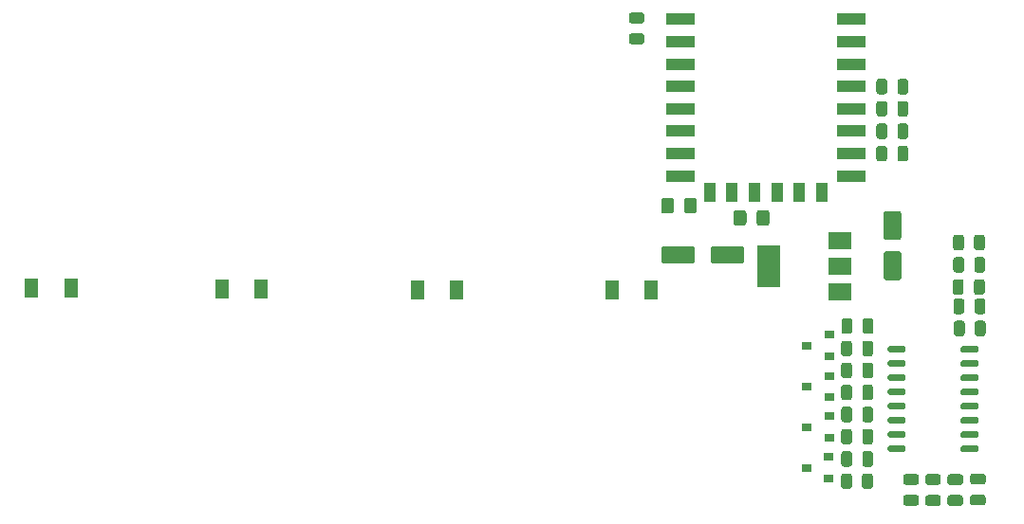
<source format=gbr>
G04 #@! TF.GenerationSoftware,KiCad,Pcbnew,5.99.0-unknown-ae852e1~101~ubuntu18.04.1*
G04 #@! TF.CreationDate,2020-06-05T15:51:04+02:00*
G04 #@! TF.ProjectId,esp_blind,6573705f-626c-4696-9e64-2e6b69636164,rev?*
G04 #@! TF.SameCoordinates,Original*
G04 #@! TF.FileFunction,Paste,Top*
G04 #@! TF.FilePolarity,Positive*
%FSLAX46Y46*%
G04 Gerber Fmt 4.6, Leading zero omitted, Abs format (unit mm)*
G04 Created by KiCad (PCBNEW 5.99.0-unknown-ae852e1~101~ubuntu18.04.1) date 2020-06-05 15:51:04*
%MOMM*%
%LPD*%
G01*
G04 APERTURE LIST*
%ADD10R,2.000000X1.500000*%
%ADD11R,2.000000X3.800000*%
%ADD12R,2.500000X1.000000*%
%ADD13R,1.000000X1.800000*%
%ADD14R,0.900000X0.800000*%
%ADD15R,1.300000X1.700000*%
G04 APERTURE END LIST*
G36*
G01*
X188998200Y-87821450D02*
X188998200Y-88733950D01*
G75*
G02*
X188754450Y-88977700I-243750J0D01*
G01*
X188266950Y-88977700D01*
G75*
G02*
X188023200Y-88733950I0J243750D01*
G01*
X188023200Y-87821450D01*
G75*
G02*
X188266950Y-87577700I243750J0D01*
G01*
X188754450Y-87577700D01*
G75*
G02*
X188998200Y-87821450I0J-243750D01*
G01*
G37*
G36*
G01*
X190873200Y-87821450D02*
X190873200Y-88733950D01*
G75*
G02*
X190629450Y-88977700I-243750J0D01*
G01*
X190141950Y-88977700D01*
G75*
G02*
X189898200Y-88733950I0J243750D01*
G01*
X189898200Y-87821450D01*
G75*
G02*
X190141950Y-87577700I243750J0D01*
G01*
X190629450Y-87577700D01*
G75*
G02*
X190873200Y-87821450I0J-243750D01*
G01*
G37*
G36*
G01*
X189059400Y-95504950D02*
X189059400Y-96417450D01*
G75*
G02*
X188815650Y-96661200I-243750J0D01*
G01*
X188328150Y-96661200D01*
G75*
G02*
X188084400Y-96417450I0J243750D01*
G01*
X188084400Y-95504950D01*
G75*
G02*
X188328150Y-95261200I243750J0D01*
G01*
X188815650Y-95261200D01*
G75*
G02*
X189059400Y-95504950I0J-243750D01*
G01*
G37*
G36*
G01*
X190934400Y-95504950D02*
X190934400Y-96417450D01*
G75*
G02*
X190690650Y-96661200I-243750J0D01*
G01*
X190203150Y-96661200D01*
G75*
G02*
X189959400Y-96417450I0J243750D01*
G01*
X189959400Y-95504950D01*
G75*
G02*
X190203150Y-95261200I243750J0D01*
G01*
X190690650Y-95261200D01*
G75*
G02*
X190934400Y-95504950I0J-243750D01*
G01*
G37*
G36*
G01*
X159335150Y-69601500D02*
X160247650Y-69601500D01*
G75*
G02*
X160491400Y-69845250I0J-243750D01*
G01*
X160491400Y-70332750D01*
G75*
G02*
X160247650Y-70576500I-243750J0D01*
G01*
X159335150Y-70576500D01*
G75*
G02*
X159091400Y-70332750I0J243750D01*
G01*
X159091400Y-69845250D01*
G75*
G02*
X159335150Y-69601500I243750J0D01*
G01*
G37*
G36*
G01*
X159335150Y-67726500D02*
X160247650Y-67726500D01*
G75*
G02*
X160491400Y-67970250I0J-243750D01*
G01*
X160491400Y-68457750D01*
G75*
G02*
X160247650Y-68701500I-243750J0D01*
G01*
X159335150Y-68701500D01*
G75*
G02*
X159091400Y-68457750I0J243750D01*
G01*
X159091400Y-67970250D01*
G75*
G02*
X159335150Y-67726500I243750J0D01*
G01*
G37*
G36*
G01*
X188972800Y-91796550D02*
X188972800Y-92709050D01*
G75*
G02*
X188729050Y-92952800I-243750J0D01*
G01*
X188241550Y-92952800D01*
G75*
G02*
X187997800Y-92709050I0J243750D01*
G01*
X187997800Y-91796550D01*
G75*
G02*
X188241550Y-91552800I243750J0D01*
G01*
X188729050Y-91552800D01*
G75*
G02*
X188972800Y-91796550I0J-243750D01*
G01*
G37*
G36*
G01*
X190847800Y-91796550D02*
X190847800Y-92709050D01*
G75*
G02*
X190604050Y-92952800I-243750J0D01*
G01*
X190116550Y-92952800D01*
G75*
G02*
X189872800Y-92709050I0J243750D01*
G01*
X189872800Y-91796550D01*
G75*
G02*
X190116550Y-91552800I243750J0D01*
G01*
X190604050Y-91552800D01*
G75*
G02*
X190847800Y-91796550I0J-243750D01*
G01*
G37*
G36*
G01*
X189034000Y-93523750D02*
X189034000Y-94436250D01*
G75*
G02*
X188790250Y-94680000I-243750J0D01*
G01*
X188302750Y-94680000D01*
G75*
G02*
X188059000Y-94436250I0J243750D01*
G01*
X188059000Y-93523750D01*
G75*
G02*
X188302750Y-93280000I243750J0D01*
G01*
X188790250Y-93280000D01*
G75*
G02*
X189034000Y-93523750I0J-243750D01*
G01*
G37*
G36*
G01*
X190909000Y-93523750D02*
X190909000Y-94436250D01*
G75*
G02*
X190665250Y-94680000I-243750J0D01*
G01*
X190177750Y-94680000D01*
G75*
G02*
X189934000Y-94436250I0J243750D01*
G01*
X189934000Y-93523750D01*
G75*
G02*
X190177750Y-93280000I243750J0D01*
G01*
X190665250Y-93280000D01*
G75*
G02*
X190909000Y-93523750I0J-243750D01*
G01*
G37*
D10*
X177894306Y-92693485D03*
X177894306Y-88093485D03*
X177894306Y-90393485D03*
D11*
X171594306Y-90393485D03*
D12*
X178910300Y-68331200D03*
X178910300Y-70331200D03*
X178910300Y-72331200D03*
X178910300Y-74331200D03*
X178910300Y-76331200D03*
X178910300Y-78331200D03*
X178910300Y-80331200D03*
X178910300Y-82331200D03*
D13*
X176310300Y-83831200D03*
X174310300Y-83831200D03*
X172310300Y-83831200D03*
X170310300Y-83831200D03*
X168310300Y-83831200D03*
X166310300Y-83831200D03*
D12*
X163710300Y-82331200D03*
X163710300Y-80331200D03*
X163710300Y-78331200D03*
X163710300Y-76331200D03*
X163710300Y-74331200D03*
X163710300Y-72331200D03*
X163710300Y-70331200D03*
X163710300Y-68331200D03*
G36*
G01*
X183795500Y-106567900D02*
X183795500Y-106842900D01*
G75*
G02*
X183658000Y-106980400I-137500J0D01*
G01*
X182333000Y-106980400D01*
G75*
G02*
X182195500Y-106842900I0J137500D01*
G01*
X182195500Y-106567900D01*
G75*
G02*
X182333000Y-106430400I137500J0D01*
G01*
X183658000Y-106430400D01*
G75*
G02*
X183795500Y-106567900I0J-137500D01*
G01*
G37*
G36*
G01*
X183795500Y-105297900D02*
X183795500Y-105572900D01*
G75*
G02*
X183658000Y-105710400I-137500J0D01*
G01*
X182333000Y-105710400D01*
G75*
G02*
X182195500Y-105572900I0J137500D01*
G01*
X182195500Y-105297900D01*
G75*
G02*
X182333000Y-105160400I137500J0D01*
G01*
X183658000Y-105160400D01*
G75*
G02*
X183795500Y-105297900I0J-137500D01*
G01*
G37*
G36*
G01*
X183795500Y-104027900D02*
X183795500Y-104302900D01*
G75*
G02*
X183658000Y-104440400I-137500J0D01*
G01*
X182333000Y-104440400D01*
G75*
G02*
X182195500Y-104302900I0J137500D01*
G01*
X182195500Y-104027900D01*
G75*
G02*
X182333000Y-103890400I137500J0D01*
G01*
X183658000Y-103890400D01*
G75*
G02*
X183795500Y-104027900I0J-137500D01*
G01*
G37*
G36*
G01*
X183795500Y-102757900D02*
X183795500Y-103032900D01*
G75*
G02*
X183658000Y-103170400I-137500J0D01*
G01*
X182333000Y-103170400D01*
G75*
G02*
X182195500Y-103032900I0J137500D01*
G01*
X182195500Y-102757900D01*
G75*
G02*
X182333000Y-102620400I137500J0D01*
G01*
X183658000Y-102620400D01*
G75*
G02*
X183795500Y-102757900I0J-137500D01*
G01*
G37*
G36*
G01*
X183795500Y-101487900D02*
X183795500Y-101762900D01*
G75*
G02*
X183658000Y-101900400I-137500J0D01*
G01*
X182333000Y-101900400D01*
G75*
G02*
X182195500Y-101762900I0J137500D01*
G01*
X182195500Y-101487900D01*
G75*
G02*
X182333000Y-101350400I137500J0D01*
G01*
X183658000Y-101350400D01*
G75*
G02*
X183795500Y-101487900I0J-137500D01*
G01*
G37*
G36*
G01*
X183795500Y-100217900D02*
X183795500Y-100492900D01*
G75*
G02*
X183658000Y-100630400I-137500J0D01*
G01*
X182333000Y-100630400D01*
G75*
G02*
X182195500Y-100492900I0J137500D01*
G01*
X182195500Y-100217900D01*
G75*
G02*
X182333000Y-100080400I137500J0D01*
G01*
X183658000Y-100080400D01*
G75*
G02*
X183795500Y-100217900I0J-137500D01*
G01*
G37*
G36*
G01*
X183795500Y-98947900D02*
X183795500Y-99222900D01*
G75*
G02*
X183658000Y-99360400I-137500J0D01*
G01*
X182333000Y-99360400D01*
G75*
G02*
X182195500Y-99222900I0J137500D01*
G01*
X182195500Y-98947900D01*
G75*
G02*
X182333000Y-98810400I137500J0D01*
G01*
X183658000Y-98810400D01*
G75*
G02*
X183795500Y-98947900I0J-137500D01*
G01*
G37*
G36*
G01*
X183795500Y-97677900D02*
X183795500Y-97952900D01*
G75*
G02*
X183658000Y-98090400I-137500J0D01*
G01*
X182333000Y-98090400D01*
G75*
G02*
X182195500Y-97952900I0J137500D01*
G01*
X182195500Y-97677900D01*
G75*
G02*
X182333000Y-97540400I137500J0D01*
G01*
X183658000Y-97540400D01*
G75*
G02*
X183795500Y-97677900I0J-137500D01*
G01*
G37*
G36*
G01*
X190295500Y-97677900D02*
X190295500Y-97952900D01*
G75*
G02*
X190158000Y-98090400I-137500J0D01*
G01*
X188833000Y-98090400D01*
G75*
G02*
X188695500Y-97952900I0J137500D01*
G01*
X188695500Y-97677900D01*
G75*
G02*
X188833000Y-97540400I137500J0D01*
G01*
X190158000Y-97540400D01*
G75*
G02*
X190295500Y-97677900I0J-137500D01*
G01*
G37*
G36*
G01*
X190295500Y-98947900D02*
X190295500Y-99222900D01*
G75*
G02*
X190158000Y-99360400I-137500J0D01*
G01*
X188833000Y-99360400D01*
G75*
G02*
X188695500Y-99222900I0J137500D01*
G01*
X188695500Y-98947900D01*
G75*
G02*
X188833000Y-98810400I137500J0D01*
G01*
X190158000Y-98810400D01*
G75*
G02*
X190295500Y-98947900I0J-137500D01*
G01*
G37*
G36*
G01*
X190295500Y-100217900D02*
X190295500Y-100492900D01*
G75*
G02*
X190158000Y-100630400I-137500J0D01*
G01*
X188833000Y-100630400D01*
G75*
G02*
X188695500Y-100492900I0J137500D01*
G01*
X188695500Y-100217900D01*
G75*
G02*
X188833000Y-100080400I137500J0D01*
G01*
X190158000Y-100080400D01*
G75*
G02*
X190295500Y-100217900I0J-137500D01*
G01*
G37*
G36*
G01*
X190295500Y-101487900D02*
X190295500Y-101762900D01*
G75*
G02*
X190158000Y-101900400I-137500J0D01*
G01*
X188833000Y-101900400D01*
G75*
G02*
X188695500Y-101762900I0J137500D01*
G01*
X188695500Y-101487900D01*
G75*
G02*
X188833000Y-101350400I137500J0D01*
G01*
X190158000Y-101350400D01*
G75*
G02*
X190295500Y-101487900I0J-137500D01*
G01*
G37*
G36*
G01*
X190295500Y-102757900D02*
X190295500Y-103032900D01*
G75*
G02*
X190158000Y-103170400I-137500J0D01*
G01*
X188833000Y-103170400D01*
G75*
G02*
X188695500Y-103032900I0J137500D01*
G01*
X188695500Y-102757900D01*
G75*
G02*
X188833000Y-102620400I137500J0D01*
G01*
X190158000Y-102620400D01*
G75*
G02*
X190295500Y-102757900I0J-137500D01*
G01*
G37*
G36*
G01*
X190295500Y-104027900D02*
X190295500Y-104302900D01*
G75*
G02*
X190158000Y-104440400I-137500J0D01*
G01*
X188833000Y-104440400D01*
G75*
G02*
X188695500Y-104302900I0J137500D01*
G01*
X188695500Y-104027900D01*
G75*
G02*
X188833000Y-103890400I137500J0D01*
G01*
X190158000Y-103890400D01*
G75*
G02*
X190295500Y-104027900I0J-137500D01*
G01*
G37*
G36*
G01*
X190295500Y-105297900D02*
X190295500Y-105572900D01*
G75*
G02*
X190158000Y-105710400I-137500J0D01*
G01*
X188833000Y-105710400D01*
G75*
G02*
X188695500Y-105572900I0J137500D01*
G01*
X188695500Y-105297900D01*
G75*
G02*
X188833000Y-105160400I137500J0D01*
G01*
X190158000Y-105160400D01*
G75*
G02*
X190295500Y-105297900I0J-137500D01*
G01*
G37*
G36*
G01*
X190295500Y-106567900D02*
X190295500Y-106842900D01*
G75*
G02*
X190158000Y-106980400I-137500J0D01*
G01*
X188833000Y-106980400D01*
G75*
G02*
X188695500Y-106842900I0J137500D01*
G01*
X188695500Y-106567900D01*
G75*
G02*
X188833000Y-106430400I137500J0D01*
G01*
X190158000Y-106430400D01*
G75*
G02*
X190295500Y-106567900I0J-137500D01*
G01*
G37*
G36*
G01*
X189906300Y-90727850D02*
X189906300Y-89815350D01*
G75*
G02*
X190150050Y-89571600I243750J0D01*
G01*
X190637550Y-89571600D01*
G75*
G02*
X190881300Y-89815350I0J-243750D01*
G01*
X190881300Y-90727850D01*
G75*
G02*
X190637550Y-90971600I-243750J0D01*
G01*
X190150050Y-90971600D01*
G75*
G02*
X189906300Y-90727850I0J243750D01*
G01*
G37*
G36*
G01*
X188031300Y-90727850D02*
X188031300Y-89815350D01*
G75*
G02*
X188275050Y-89571600I243750J0D01*
G01*
X188762550Y-89571600D01*
G75*
G02*
X189006300Y-89815350I0J-243750D01*
G01*
X189006300Y-90727850D01*
G75*
G02*
X188762550Y-90971600I-243750J0D01*
G01*
X188275050Y-90971600D01*
G75*
G02*
X188031300Y-90727850I0J243750D01*
G01*
G37*
G36*
G01*
X179916000Y-100163950D02*
X179916000Y-99251450D01*
G75*
G02*
X180159750Y-99007700I243750J0D01*
G01*
X180647250Y-99007700D01*
G75*
G02*
X180891000Y-99251450I0J-243750D01*
G01*
X180891000Y-100163950D01*
G75*
G02*
X180647250Y-100407700I-243750J0D01*
G01*
X180159750Y-100407700D01*
G75*
G02*
X179916000Y-100163950I0J243750D01*
G01*
G37*
G36*
G01*
X178041000Y-100163950D02*
X178041000Y-99251450D01*
G75*
G02*
X178284750Y-99007700I243750J0D01*
G01*
X178772250Y-99007700D01*
G75*
G02*
X179016000Y-99251450I0J-243750D01*
G01*
X179016000Y-100163950D01*
G75*
G02*
X178772250Y-100407700I-243750J0D01*
G01*
X178284750Y-100407700D01*
G75*
G02*
X178041000Y-100163950I0J243750D01*
G01*
G37*
G36*
G01*
X183052900Y-74802050D02*
X183052900Y-73889550D01*
G75*
G02*
X183296650Y-73645800I243750J0D01*
G01*
X183784150Y-73645800D01*
G75*
G02*
X184027900Y-73889550I0J-243750D01*
G01*
X184027900Y-74802050D01*
G75*
G02*
X183784150Y-75045800I-243750J0D01*
G01*
X183296650Y-75045800D01*
G75*
G02*
X183052900Y-74802050I0J243750D01*
G01*
G37*
G36*
G01*
X181177900Y-74802050D02*
X181177900Y-73889550D01*
G75*
G02*
X181421650Y-73645800I243750J0D01*
G01*
X181909150Y-73645800D01*
G75*
G02*
X182152900Y-73889550I0J-243750D01*
G01*
X182152900Y-74802050D01*
G75*
G02*
X181909150Y-75045800I-243750J0D01*
G01*
X181421650Y-75045800D01*
G75*
G02*
X181177900Y-74802050I0J243750D01*
G01*
G37*
G36*
G01*
X182150600Y-75870750D02*
X182150600Y-76783250D01*
G75*
G02*
X181906850Y-77027000I-243750J0D01*
G01*
X181419350Y-77027000D01*
G75*
G02*
X181175600Y-76783250I0J243750D01*
G01*
X181175600Y-75870750D01*
G75*
G02*
X181419350Y-75627000I243750J0D01*
G01*
X181906850Y-75627000D01*
G75*
G02*
X182150600Y-75870750I0J-243750D01*
G01*
G37*
G36*
G01*
X184025600Y-75870750D02*
X184025600Y-76783250D01*
G75*
G02*
X183781850Y-77027000I-243750J0D01*
G01*
X183294350Y-77027000D01*
G75*
G02*
X183050600Y-76783250I0J243750D01*
G01*
X183050600Y-75870750D01*
G75*
G02*
X183294350Y-75627000I243750J0D01*
G01*
X183781850Y-75627000D01*
G75*
G02*
X184025600Y-75870750I0J-243750D01*
G01*
G37*
G36*
G01*
X182148300Y-79883950D02*
X182148300Y-80796450D01*
G75*
G02*
X181904550Y-81040200I-243750J0D01*
G01*
X181417050Y-81040200D01*
G75*
G02*
X181173300Y-80796450I0J243750D01*
G01*
X181173300Y-79883950D01*
G75*
G02*
X181417050Y-79640200I243750J0D01*
G01*
X181904550Y-79640200D01*
G75*
G02*
X182148300Y-79883950I0J-243750D01*
G01*
G37*
G36*
G01*
X184023300Y-79883950D02*
X184023300Y-80796450D01*
G75*
G02*
X183779550Y-81040200I-243750J0D01*
G01*
X183292050Y-81040200D01*
G75*
G02*
X183048300Y-80796450I0J243750D01*
G01*
X183048300Y-79883950D01*
G75*
G02*
X183292050Y-79640200I243750J0D01*
G01*
X183779550Y-79640200D01*
G75*
G02*
X184023300Y-79883950I0J-243750D01*
G01*
G37*
G36*
G01*
X179916000Y-98208150D02*
X179916000Y-97295650D01*
G75*
G02*
X180159750Y-97051900I243750J0D01*
G01*
X180647250Y-97051900D01*
G75*
G02*
X180891000Y-97295650I0J-243750D01*
G01*
X180891000Y-98208150D01*
G75*
G02*
X180647250Y-98451900I-243750J0D01*
G01*
X180159750Y-98451900D01*
G75*
G02*
X179916000Y-98208150I0J243750D01*
G01*
G37*
G36*
G01*
X178041000Y-98208150D02*
X178041000Y-97295650D01*
G75*
G02*
X178284750Y-97051900I243750J0D01*
G01*
X178772250Y-97051900D01*
G75*
G02*
X179016000Y-97295650I0J-243750D01*
G01*
X179016000Y-98208150D01*
G75*
G02*
X178772250Y-98451900I-243750J0D01*
G01*
X178284750Y-98451900D01*
G75*
G02*
X178041000Y-98208150I0J243750D01*
G01*
G37*
G36*
G01*
X179916000Y-102132450D02*
X179916000Y-101219950D01*
G75*
G02*
X180159750Y-100976200I243750J0D01*
G01*
X180647250Y-100976200D01*
G75*
G02*
X180891000Y-101219950I0J-243750D01*
G01*
X180891000Y-102132450D01*
G75*
G02*
X180647250Y-102376200I-243750J0D01*
G01*
X180159750Y-102376200D01*
G75*
G02*
X179916000Y-102132450I0J243750D01*
G01*
G37*
G36*
G01*
X178041000Y-102132450D02*
X178041000Y-101219950D01*
G75*
G02*
X178284750Y-100976200I243750J0D01*
G01*
X178772250Y-100976200D01*
G75*
G02*
X179016000Y-101219950I0J-243750D01*
G01*
X179016000Y-102132450D01*
G75*
G02*
X178772250Y-102376200I-243750J0D01*
G01*
X178284750Y-102376200D01*
G75*
G02*
X178041000Y-102132450I0J243750D01*
G01*
G37*
G36*
G01*
X183050600Y-78789850D02*
X183050600Y-77877350D01*
G75*
G02*
X183294350Y-77633600I243750J0D01*
G01*
X183781850Y-77633600D01*
G75*
G02*
X184025600Y-77877350I0J-243750D01*
G01*
X184025600Y-78789850D01*
G75*
G02*
X183781850Y-79033600I-243750J0D01*
G01*
X183294350Y-79033600D01*
G75*
G02*
X183050600Y-78789850I0J243750D01*
G01*
G37*
G36*
G01*
X181175600Y-78789850D02*
X181175600Y-77877350D01*
G75*
G02*
X181419350Y-77633600I243750J0D01*
G01*
X181906850Y-77633600D01*
G75*
G02*
X182150600Y-77877350I0J-243750D01*
G01*
X182150600Y-78789850D01*
G75*
G02*
X181906850Y-79033600I-243750J0D01*
G01*
X181419350Y-79033600D01*
G75*
G02*
X181175600Y-78789850I0J243750D01*
G01*
G37*
G36*
G01*
X179916000Y-104100950D02*
X179916000Y-103188450D01*
G75*
G02*
X180159750Y-102944700I243750J0D01*
G01*
X180647250Y-102944700D01*
G75*
G02*
X180891000Y-103188450I0J-243750D01*
G01*
X180891000Y-104100950D01*
G75*
G02*
X180647250Y-104344700I-243750J0D01*
G01*
X180159750Y-104344700D01*
G75*
G02*
X179916000Y-104100950I0J243750D01*
G01*
G37*
G36*
G01*
X178041000Y-104100950D02*
X178041000Y-103188450D01*
G75*
G02*
X178284750Y-102944700I243750J0D01*
G01*
X178772250Y-102944700D01*
G75*
G02*
X179016000Y-103188450I0J-243750D01*
G01*
X179016000Y-104100950D01*
G75*
G02*
X178772250Y-104344700I-243750J0D01*
G01*
X178284750Y-104344700D01*
G75*
G02*
X178041000Y-104100950I0J243750D01*
G01*
G37*
G36*
G01*
X179916000Y-106082150D02*
X179916000Y-105169650D01*
G75*
G02*
X180159750Y-104925900I243750J0D01*
G01*
X180647250Y-104925900D01*
G75*
G02*
X180891000Y-105169650I0J-243750D01*
G01*
X180891000Y-106082150D01*
G75*
G02*
X180647250Y-106325900I-243750J0D01*
G01*
X180159750Y-106325900D01*
G75*
G02*
X179916000Y-106082150I0J243750D01*
G01*
G37*
G36*
G01*
X178041000Y-106082150D02*
X178041000Y-105169650D01*
G75*
G02*
X178284750Y-104925900I243750J0D01*
G01*
X178772250Y-104925900D01*
G75*
G02*
X179016000Y-105169650I0J-243750D01*
G01*
X179016000Y-106082150D01*
G75*
G02*
X178772250Y-106325900I-243750J0D01*
G01*
X178284750Y-106325900D01*
G75*
G02*
X178041000Y-106082150I0J243750D01*
G01*
G37*
G36*
G01*
X179916000Y-108076050D02*
X179916000Y-107163550D01*
G75*
G02*
X180159750Y-106919800I243750J0D01*
G01*
X180647250Y-106919800D01*
G75*
G02*
X180891000Y-107163550I0J-243750D01*
G01*
X180891000Y-108076050D01*
G75*
G02*
X180647250Y-108319800I-243750J0D01*
G01*
X180159750Y-108319800D01*
G75*
G02*
X179916000Y-108076050I0J243750D01*
G01*
G37*
G36*
G01*
X178041000Y-108076050D02*
X178041000Y-107163550D01*
G75*
G02*
X178284750Y-106919800I243750J0D01*
G01*
X178772250Y-106919800D01*
G75*
G02*
X179016000Y-107163550I0J-243750D01*
G01*
X179016000Y-108076050D01*
G75*
G02*
X178772250Y-108319800I-243750J0D01*
G01*
X178284750Y-108319800D01*
G75*
G02*
X178041000Y-108076050I0J243750D01*
G01*
G37*
G36*
G01*
X178028300Y-110057250D02*
X178028300Y-109144750D01*
G75*
G02*
X178272050Y-108901000I243750J0D01*
G01*
X178759550Y-108901000D01*
G75*
G02*
X179003300Y-109144750I0J-243750D01*
G01*
X179003300Y-110057250D01*
G75*
G02*
X178759550Y-110301000I-243750J0D01*
G01*
X178272050Y-110301000D01*
G75*
G02*
X178028300Y-110057250I0J243750D01*
G01*
G37*
G36*
G01*
X179903300Y-110057250D02*
X179903300Y-109144750D01*
G75*
G02*
X180147050Y-108901000I243750J0D01*
G01*
X180634550Y-108901000D01*
G75*
G02*
X180878300Y-109144750I0J-243750D01*
G01*
X180878300Y-110057250D01*
G75*
G02*
X180634550Y-110301000I-243750J0D01*
G01*
X180147050Y-110301000D01*
G75*
G02*
X179903300Y-110057250I0J243750D01*
G01*
G37*
G36*
G01*
X184733250Y-109923400D02*
X183820750Y-109923400D01*
G75*
G02*
X183577000Y-109679650I0J243750D01*
G01*
X183577000Y-109192150D01*
G75*
G02*
X183820750Y-108948400I243750J0D01*
G01*
X184733250Y-108948400D01*
G75*
G02*
X184977000Y-109192150I0J-243750D01*
G01*
X184977000Y-109679650D01*
G75*
G02*
X184733250Y-109923400I-243750J0D01*
G01*
G37*
G36*
G01*
X184733250Y-111798400D02*
X183820750Y-111798400D01*
G75*
G02*
X183577000Y-111554650I0J243750D01*
G01*
X183577000Y-111067150D01*
G75*
G02*
X183820750Y-110823400I243750J0D01*
G01*
X184733250Y-110823400D01*
G75*
G02*
X184977000Y-111067150I0J-243750D01*
G01*
X184977000Y-111554650D01*
G75*
G02*
X184733250Y-111798400I-243750J0D01*
G01*
G37*
G36*
G01*
X186689050Y-109938400D02*
X185776550Y-109938400D01*
G75*
G02*
X185532800Y-109694650I0J243750D01*
G01*
X185532800Y-109207150D01*
G75*
G02*
X185776550Y-108963400I243750J0D01*
G01*
X186689050Y-108963400D01*
G75*
G02*
X186932800Y-109207150I0J-243750D01*
G01*
X186932800Y-109694650D01*
G75*
G02*
X186689050Y-109938400I-243750J0D01*
G01*
G37*
G36*
G01*
X186689050Y-111813400D02*
X185776550Y-111813400D01*
G75*
G02*
X185532800Y-111569650I0J243750D01*
G01*
X185532800Y-111082150D01*
G75*
G02*
X185776550Y-110838400I243750J0D01*
G01*
X186689050Y-110838400D01*
G75*
G02*
X186932800Y-111082150I0J-243750D01*
G01*
X186932800Y-111569650D01*
G75*
G02*
X186689050Y-111813400I-243750J0D01*
G01*
G37*
G36*
G01*
X179941400Y-96201550D02*
X179941400Y-95289050D01*
G75*
G02*
X180185150Y-95045300I243750J0D01*
G01*
X180672650Y-95045300D01*
G75*
G02*
X180916400Y-95289050I0J-243750D01*
G01*
X180916400Y-96201550D01*
G75*
G02*
X180672650Y-96445300I-243750J0D01*
G01*
X180185150Y-96445300D01*
G75*
G02*
X179941400Y-96201550I0J243750D01*
G01*
G37*
G36*
G01*
X178066400Y-96201550D02*
X178066400Y-95289050D01*
G75*
G02*
X178310150Y-95045300I243750J0D01*
G01*
X178797650Y-95045300D01*
G75*
G02*
X179041400Y-95289050I0J-243750D01*
G01*
X179041400Y-96201550D01*
G75*
G02*
X178797650Y-96445300I-243750J0D01*
G01*
X178310150Y-96445300D01*
G75*
G02*
X178066400Y-96201550I0J243750D01*
G01*
G37*
G36*
G01*
X190689550Y-109898000D02*
X189777050Y-109898000D01*
G75*
G02*
X189533300Y-109654250I0J243750D01*
G01*
X189533300Y-109166750D01*
G75*
G02*
X189777050Y-108923000I243750J0D01*
G01*
X190689550Y-108923000D01*
G75*
G02*
X190933300Y-109166750I0J-243750D01*
G01*
X190933300Y-109654250D01*
G75*
G02*
X190689550Y-109898000I-243750J0D01*
G01*
G37*
G36*
G01*
X190689550Y-111773000D02*
X189777050Y-111773000D01*
G75*
G02*
X189533300Y-111529250I0J243750D01*
G01*
X189533300Y-111041750D01*
G75*
G02*
X189777050Y-110798000I243750J0D01*
G01*
X190689550Y-110798000D01*
G75*
G02*
X190933300Y-111041750I0J-243750D01*
G01*
X190933300Y-111529250D01*
G75*
G02*
X190689550Y-111773000I-243750J0D01*
G01*
G37*
G36*
G01*
X188670250Y-109938400D02*
X187757750Y-109938400D01*
G75*
G02*
X187514000Y-109694650I0J243750D01*
G01*
X187514000Y-109207150D01*
G75*
G02*
X187757750Y-108963400I243750J0D01*
G01*
X188670250Y-108963400D01*
G75*
G02*
X188914000Y-109207150I0J-243750D01*
G01*
X188914000Y-109694650D01*
G75*
G02*
X188670250Y-109938400I-243750J0D01*
G01*
G37*
G36*
G01*
X188670250Y-111813400D02*
X187757750Y-111813400D01*
G75*
G02*
X187514000Y-111569650I0J243750D01*
G01*
X187514000Y-111082150D01*
G75*
G02*
X187757750Y-110838400I243750J0D01*
G01*
X188670250Y-110838400D01*
G75*
G02*
X188914000Y-111082150I0J-243750D01*
G01*
X188914000Y-111569650D01*
G75*
G02*
X188670250Y-111813400I-243750J0D01*
G01*
G37*
D14*
X174961800Y-97470000D03*
X176961800Y-96520000D03*
X176961800Y-98420000D03*
X174987200Y-101140300D03*
X176987200Y-100190300D03*
X176987200Y-102090300D03*
X174961800Y-104759800D03*
X176961800Y-103809800D03*
X176961800Y-105709800D03*
X174936400Y-108404700D03*
X176936400Y-107454700D03*
X176936400Y-109354700D03*
D15*
X161112200Y-92481400D03*
X157612200Y-92481400D03*
X143733400Y-92557600D03*
X140233400Y-92557600D03*
X126288800Y-92456000D03*
X122788800Y-92456000D03*
X109321600Y-92354400D03*
X105821600Y-92354400D03*
G36*
G01*
X164994000Y-88832600D02*
X164994000Y-89932600D01*
G75*
G02*
X164744000Y-90182600I-250000J0D01*
G01*
X162244000Y-90182600D01*
G75*
G02*
X161994000Y-89932600I0J250000D01*
G01*
X161994000Y-88832600D01*
G75*
G02*
X162244000Y-88582600I250000J0D01*
G01*
X164744000Y-88582600D01*
G75*
G02*
X164994000Y-88832600I0J-250000D01*
G01*
G37*
G36*
G01*
X169394000Y-88832600D02*
X169394000Y-89932600D01*
G75*
G02*
X169144000Y-90182600I-250000J0D01*
G01*
X166644000Y-90182600D01*
G75*
G02*
X166394000Y-89932600I0J250000D01*
G01*
X166394000Y-88832600D01*
G75*
G02*
X166644000Y-88582600I250000J0D01*
G01*
X169144000Y-88582600D01*
G75*
G02*
X169394000Y-88832600I0J-250000D01*
G01*
G37*
G36*
G01*
X169586600Y-85630599D02*
X169586600Y-86530601D01*
G75*
G02*
X169336601Y-86780600I-249999J0D01*
G01*
X168686599Y-86780600D01*
G75*
G02*
X168436600Y-86530601I0J249999D01*
G01*
X168436600Y-85630599D01*
G75*
G02*
X168686599Y-85380600I249999J0D01*
G01*
X169336601Y-85380600D01*
G75*
G02*
X169586600Y-85630599I0J-249999D01*
G01*
G37*
G36*
G01*
X171636600Y-85630599D02*
X171636600Y-86530601D01*
G75*
G02*
X171386601Y-86780600I-249999J0D01*
G01*
X170736599Y-86780600D01*
G75*
G02*
X170486600Y-86530601I0J249999D01*
G01*
X170486600Y-85630599D01*
G75*
G02*
X170736599Y-85380600I249999J0D01*
G01*
X171386601Y-85380600D01*
G75*
G02*
X171636600Y-85630599I0J-249999D01*
G01*
G37*
G36*
G01*
X163117000Y-84538399D02*
X163117000Y-85438401D01*
G75*
G02*
X162867001Y-85688400I-249999J0D01*
G01*
X162216999Y-85688400D01*
G75*
G02*
X161967000Y-85438401I0J249999D01*
G01*
X161967000Y-84538399D01*
G75*
G02*
X162216999Y-84288400I249999J0D01*
G01*
X162867001Y-84288400D01*
G75*
G02*
X163117000Y-84538399I0J-249999D01*
G01*
G37*
G36*
G01*
X165167000Y-84538399D02*
X165167000Y-85438401D01*
G75*
G02*
X164917001Y-85688400I-249999J0D01*
G01*
X164266999Y-85688400D01*
G75*
G02*
X164017000Y-85438401I0J249999D01*
G01*
X164017000Y-84538399D01*
G75*
G02*
X164266999Y-84288400I249999J0D01*
G01*
X164917001Y-84288400D01*
G75*
G02*
X165167000Y-84538399I0J-249999D01*
G01*
G37*
G36*
G01*
X183163300Y-88057100D02*
X182063300Y-88057100D01*
G75*
G02*
X181813300Y-87807100I0J250000D01*
G01*
X181813300Y-85707100D01*
G75*
G02*
X182063300Y-85457100I250000J0D01*
G01*
X183163300Y-85457100D01*
G75*
G02*
X183413300Y-85707100I0J-250000D01*
G01*
X183413300Y-87807100D01*
G75*
G02*
X183163300Y-88057100I-250000J0D01*
G01*
G37*
G36*
G01*
X183163300Y-91657100D02*
X182063300Y-91657100D01*
G75*
G02*
X181813300Y-91407100I0J250000D01*
G01*
X181813300Y-89307100D01*
G75*
G02*
X182063300Y-89057100I250000J0D01*
G01*
X183163300Y-89057100D01*
G75*
G02*
X183413300Y-89307100I0J-250000D01*
G01*
X183413300Y-91407100D01*
G75*
G02*
X183163300Y-91657100I-250000J0D01*
G01*
G37*
M02*

</source>
